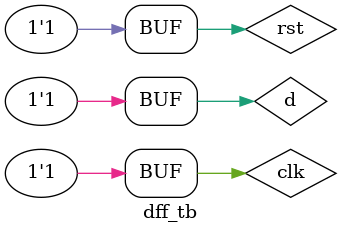
<source format=v>
module dff_tb;
reg d,clk,rst;
wire q;

dff1 dff_inst(q,d,clk,rst);

initial
	begin
		d=0; clk=1; rst=0;
	#100	d=0; clk=~clk;
	#100	d=1; clk=~clk;
	#100	d=0; clk=~clk;
	#100	d=1; clk=~clk; rst=1;
	#100	d=0; clk=~clk;
	#100	d=1; clk=~clk;
	end
endmodule

</source>
